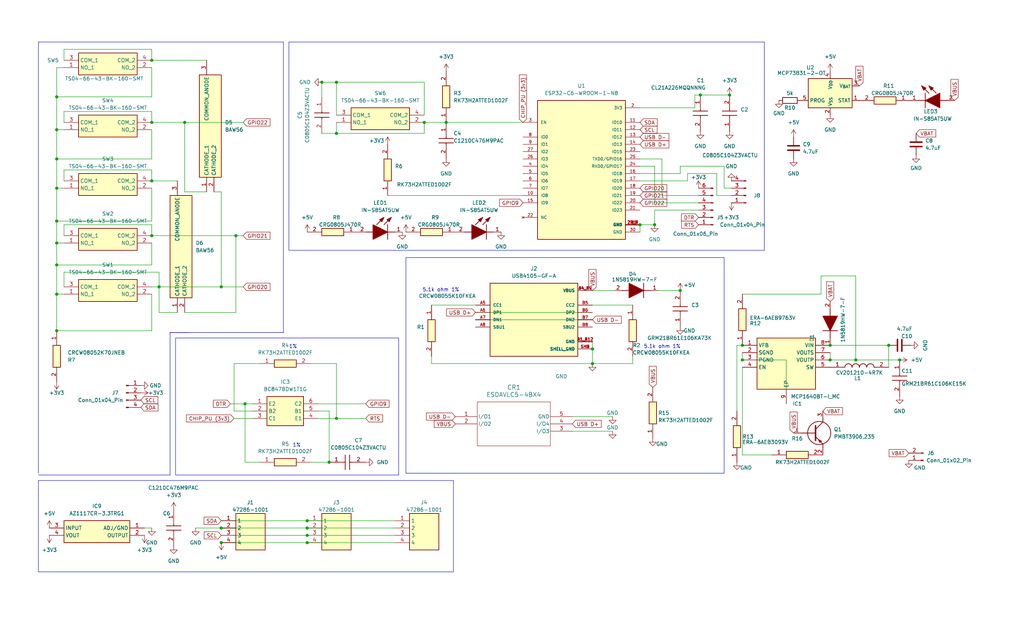
<source format=kicad_sch>
(kicad_sch (version 20231120) (generator "eeschema") (generator_version "8.0")
  (paper "USLegal")
  (junction (at 257.81 125.095))
  (junction (at 106.68 180.975))
  (junction (at 297.18 125.095))
  (junction (at 76.835 183.515))
  (junction (at 19.685 65.405))
  (junction (at 19.685 45.085))
  (junction (at 253.365 33.02))
  (junction (at 64.135 42.545))
  (junction (at 222.25 78.105))
  (junction (at 19.685 55.245))
  (junction (at 19.685 102.235))
  (junction (at 288.29 125.095))
  (junction (at 288.29 120.015))
  (junction (at 154.94 42.545))
  (junction (at 106.68 186.055))
  (junction (at 19.685 33.655))
  (junction (at 106.68 188.595))
  (junction (at 257.81 120.015))
  (junction (at 52.705 20.955))
  (junction (at 52.705 81.915))
  (junction (at 205.74 126.365))
  (junction (at 147.32 42.545))
  (junction (at 52.705 62.865))
  (junction (at 227.33 78.105))
  (junction (at 106.68 183.515))
  (junction (at 85.09 140.335))
  (junction (at 116.84 145.415))
  (junction (at 114.3 160.655))
  (junction (at 52.705 42.545))
  (junction (at 205.74 121.285))
  (junction (at 111.76 28.575))
  (junction (at 76.835 188.595))
  (junction (at 243.205 33.02))
  (junction (at 76.835 99.695))
  (junction (at 19.685 114.935))
  (junction (at 116.84 28.575))
  (junction (at 308.61 120.015))
  (junction (at 312.42 125.095))
  (junction (at 19.685 84.455))
  (junction (at 236.22 100.965))
  (junction (at 81.915 81.915))
  (junction (at 55.245 99.695))
  (junction (at 19.685 92.075))
  (junction (at 19.685 76.835))
  (junction (at 116.84 46.355))
  (wire (pts (xy 241.3 33.02) (xy 241.3 37.465)))
  (wire (pts (xy 80.01 140.335) (xy 85.09 140.335)))
  (wire (pts (xy 22.225 59.055) (xy 52.705 59.055)))
  (wire (pts (xy 81.28 145.415) (xy 87.63 145.415)))
  (wire (pts (xy 248.92 60.325) (xy 248.92 67.945)))
  (wire (pts (xy 61.595 108.585) (xy 55.245 108.585)))
  (wire (pts (xy 205.74 100.965) (xy 213.36 100.965)))
  (wire (pts (xy 76.835 183.515) (xy 106.68 183.515)))
  (wire (pts (xy 243.205 33.02) (xy 253.365 33.02)))
  (wire (pts (xy 116.84 145.415) (xy 116.84 126.365)))
  (wire (pts (xy 241.3 37.465) (xy 222.25 37.465)))
  (wire (pts (xy 288.29 122.555) (xy 288.29 125.095)))
  (polyline (pts (xy 59.055 165.1) (xy 59.055 115.57)))
  (wire (pts (xy 273.05 125.095) (xy 257.81 125.095)))
  (wire (pts (xy 288.29 125.095) (xy 297.18 125.095)))
  (wire (pts (xy 52.705 102.235) (xy 52.705 114.935)))
  (wire (pts (xy 22.225 42.545) (xy 22.225 38.735)))
  (wire (pts (xy 257.81 102.235) (xy 285.115 102.235)))
  (wire (pts (xy 229.87 55.245) (xy 229.87 67.945)))
  (wire (pts (xy 147.32 46.355) (xy 147.32 42.545)))
  (polyline (pts (xy 98.425 89.535) (xy 98.425 86.995)))
  (wire (pts (xy 19.685 84.455) (xy 19.685 76.835)))
  (wire (pts (xy 81.915 108.585) (xy 81.915 81.915)))
  (wire (pts (xy 76.835 180.975) (xy 106.68 180.975)))
  (wire (pts (xy 52.705 33.655) (xy 19.685 33.655)))
  (wire (pts (xy 248.92 67.945) (xy 254 67.945)))
  (wire (pts (xy 110.49 140.335) (xy 127 140.335)))
  (wire (pts (xy 19.685 65.405) (xy 19.685 55.245)))
  (wire (pts (xy 19.685 102.235) (xy 22.225 102.235)))
  (polyline (pts (xy 98.425 14.605) (xy 13.335 14.605)))
  (wire (pts (xy 76.835 66.675) (xy 76.835 99.695)))
  (wire (pts (xy 19.685 55.245) (xy 19.685 45.085)))
  (wire (pts (xy 52.705 38.735) (xy 52.705 42.545)))
  (wire (pts (xy 67.945 183.515) (xy 76.835 183.515)))
  (wire (pts (xy 134.62 67.945) (xy 181.61 67.945)))
  (wire (pts (xy 85.09 160.655) (xy 85.09 140.335)))
  (wire (pts (xy 149.86 126.365) (xy 149.86 123.825)))
  (wire (pts (xy 106.68 188.595) (xy 137.16 188.595)))
  (wire (pts (xy 257.81 122.555) (xy 257.81 125.095)))
  (wire (pts (xy 114.3 160.655) (xy 114.3 142.875)))
  (wire (pts (xy 229.87 67.945) (xy 242.57 67.945)))
  (wire (pts (xy 19.685 84.455) (xy 22.225 84.455)))
  (wire (pts (xy 22.225 62.865) (xy 22.225 59.055)))
  (wire (pts (xy 297.18 125.095) (xy 312.42 125.095)))
  (wire (pts (xy 52.705 92.075) (xy 19.685 92.075)))
  (wire (pts (xy 52.705 78.105) (xy 52.705 81.915)))
  (polyline (pts (xy 59.055 115.57) (xy 98.425 115.57)))
  (wire (pts (xy 106.68 186.055) (xy 137.16 186.055)))
  (wire (pts (xy 74.295 66.675) (xy 76.835 66.675)))
  (wire (pts (xy 107.95 160.655) (xy 114.3 160.655)))
  (wire (pts (xy 90.17 126.365) (xy 81.28 126.365)))
  (wire (pts (xy 205.74 121.285) (xy 205.74 126.365)))
  (polyline (pts (xy 98.425 86.995) (xy 98.425 14.605)))
  (wire (pts (xy 64.135 66.675) (xy 64.135 42.545)))
  (wire (pts (xy 52.705 42.545) (xy 64.135 42.545)))
  (wire (pts (xy 308.61 127.635) (xy 308.61 120.015)))
  (polyline (pts (xy 59.055 115.57) (xy 65.405 115.57)))
  (wire (pts (xy 242.57 73.025) (xy 227.33 73.025)))
  (wire (pts (xy 52.705 81.915) (xy 81.915 81.915)))
  (wire (pts (xy 227.33 73.025) (xy 227.33 78.105)))
  (wire (pts (xy 198.755 149.86) (xy 212.725 149.86)))
  (polyline (pts (xy 98.425 115.57) (xy 98.425 89.535)))
  (wire (pts (xy 114.3 142.875) (xy 110.49 142.875)))
  (wire (pts (xy 19.685 33.655) (xy 19.685 23.495)))
  (wire (pts (xy 81.28 142.875) (xy 87.63 142.875)))
  (wire (pts (xy 55.245 99.695) (xy 76.835 99.695)))
  (wire (pts (xy 147.32 28.575) (xy 147.32 40.005)))
  (wire (pts (xy 257.81 158.115) (xy 267.97 158.115)))
  (wire (pts (xy 149.86 106.045) (xy 165.1 106.045)))
  (wire (pts (xy 116.84 28.575) (xy 116.84 40.005)))
  (wire (pts (xy 273.05 140.335) (xy 273.05 125.095)))
  (wire (pts (xy 22.225 94.615) (xy 55.245 94.615)))
  (wire (pts (xy 251.46 65.405) (xy 254 65.405)))
  (wire (pts (xy 64.135 42.545) (xy 84.455 42.545)))
  (wire (pts (xy 22.225 38.735) (xy 52.705 38.735)))
  (wire (pts (xy 19.685 65.405) (xy 22.225 65.405)))
  (wire (pts (xy 288.29 120.015) (xy 308.61 120.015)))
  (wire (pts (xy 52.705 59.055) (xy 52.705 62.865)))
  (wire (pts (xy 236.22 57.785) (xy 251.46 57.785)))
  (wire (pts (xy 19.685 114.935) (xy 19.685 102.235)))
  (wire (pts (xy 76.835 186.055) (xy 106.68 186.055)))
  (wire (pts (xy 116.84 28.575) (xy 147.32 28.575)))
  (wire (pts (xy 19.685 92.075) (xy 19.685 84.455)))
  (wire (pts (xy 285.115 102.235) (xy 285.115 95.885)))
  (wire (pts (xy 19.685 45.085) (xy 22.225 45.085)))
  (wire (pts (xy 76.835 99.695) (xy 84.455 99.695)))
  (wire (pts (xy 222.25 57.785) (xy 227.33 57.785)))
  (wire (pts (xy 205.74 118.745) (xy 205.74 121.285)))
  (wire (pts (xy 71.755 66.675) (xy 64.135 66.675)))
  (wire (pts (xy 222.25 78.105) (xy 222.25 80.645)))
  (wire (pts (xy 52.705 62.865) (xy 61.595 62.865)))
  (wire (pts (xy 255.905 142.875) (xy 255.905 120.015)))
  (wire (pts (xy 219.71 126.365) (xy 219.71 123.825)))
  (wire (pts (xy 22.225 78.105) (xy 52.705 78.105)))
  (wire (pts (xy 205.74 126.365) (xy 219.71 126.365)))
  (polyline (pts (xy 13.335 165.1) (xy 59.055 165.1)))
  (wire (pts (xy 52.705 23.495) (xy 52.705 33.655)))
  (wire (pts (xy 228.6 100.965) (xy 236.22 100.965)))
  (wire (pts (xy 111.76 28.575) (xy 111.76 33.655)))
  (wire (pts (xy 238.76 62.865) (xy 238.76 60.325)))
  (wire (pts (xy 222.25 62.865) (xy 238.76 62.865)))
  (wire (pts (xy 81.915 81.915) (xy 84.455 81.915)))
  (wire (pts (xy 19.685 102.235) (xy 19.685 92.075)))
  (wire (pts (xy 81.28 126.365) (xy 81.28 142.875)))
  (wire (pts (xy 154.94 42.545) (xy 181.61 42.545)))
  (wire (pts (xy 205.74 106.045) (xy 219.71 106.045)))
  (wire (pts (xy 111.76 28.575) (xy 116.84 28.575)))
  (wire (pts (xy 76.835 188.595) (xy 106.68 188.595)))
  (wire (pts (xy 55.245 94.615) (xy 55.245 99.695)))
  (wire (pts (xy 52.705 17.145) (xy 52.705 20.955)))
  (wire (pts (xy 52.705 114.935) (xy 19.685 114.935)))
  (wire (pts (xy 106.68 183.515) (xy 137.16 183.515)))
  (wire (pts (xy 19.685 45.085) (xy 19.685 33.655)))
  (wire (pts (xy 241.3 33.02) (xy 243.205 33.02)))
  (wire (pts (xy 50.165 183.515) (xy 52.705 183.515)))
  (wire (pts (xy 52.705 55.245) (xy 19.685 55.245)))
  (wire (pts (xy 22.225 17.145) (xy 52.705 17.145)))
  (wire (pts (xy 257.81 127.635) (xy 257.81 158.115)))
  (wire (pts (xy 52.705 84.455) (xy 52.705 92.075)))
  (wire (pts (xy 55.245 108.585) (xy 55.245 99.695)))
  (wire (pts (xy 222.25 55.245) (xy 229.87 55.245)))
  (wire (pts (xy 90.17 160.655) (xy 85.09 160.655)))
  (wire (pts (xy 227.33 57.785) (xy 227.33 70.485)))
  (wire (pts (xy 116.84 126.365) (xy 107.95 126.365)))
  (wire (pts (xy 116.84 145.415) (xy 127 145.415)))
  (wire (pts (xy 165.1 111.125) (xy 205.74 111.125)))
  (wire (pts (xy 52.705 99.695) (xy 55.245 99.695)))
  (wire (pts (xy 297.18 95.885) (xy 297.18 125.095)))
  (wire (pts (xy 255.905 120.015) (xy 257.81 120.015)))
  (wire (pts (xy 227.33 70.485) (xy 242.57 70.485)))
  (wire (pts (xy 149.86 126.365) (xy 205.74 126.365)))
  (wire (pts (xy 22.225 81.915) (xy 22.225 78.105)))
  (wire (pts (xy 19.685 76.835) (xy 19.685 65.405)))
  (wire (pts (xy 64.135 108.585) (xy 81.915 108.585)))
  (wire (pts (xy 22.225 99.695) (xy 22.225 94.615)))
  (wire (pts (xy 236.22 60.325) (xy 236.22 57.785)))
  (wire (pts (xy 238.76 60.325) (xy 248.92 60.325)))
  (wire (pts (xy 116.84 42.545) (xy 116.84 46.355)))
  (wire (pts (xy 285.115 95.885) (xy 297.18 95.885)))
  (wire (pts (xy 52.705 76.835) (xy 19.685 76.835)))
  (wire (pts (xy 110.49 145.415) (xy 116.84 145.415)))
  (wire (pts (xy 222.25 60.325) (xy 236.22 60.325)))
  (wire (pts (xy 198.755 144.78) (xy 212.725 144.78)))
  (wire (pts (xy 165.1 108.585) (xy 205.74 108.585)))
  (wire (pts (xy 85.09 140.335) (xy 87.63 140.335)))
  (wire (pts (xy 52.705 76.835) (xy 52.705 65.405)))
  (wire (pts (xy 22.225 20.955) (xy 22.225 17.145)))
  (wire (pts (xy 251.46 57.785) (xy 251.46 65.405)))
  (polyline (pts (xy 13.335 14.605) (xy 13.335 164.465)))
  (wire (pts (xy 19.685 23.495) (xy 22.225 23.495)))
  (wire (pts (xy 52.705 45.085) (xy 52.705 55.245)))
  (wire (pts (xy 111.76 46.355) (xy 116.84 46.355)))
  (wire (pts (xy 52.705 20.955) (xy 71.755 20.955)))
  (wire (pts (xy 106.68 180.975) (xy 137.16 180.975)))
  (wire (pts (xy 116.84 46.355) (xy 147.32 46.355)))
  (wire (pts (xy 227.33 78.105) (xy 222.25 78.105)))
  (wire (pts (xy 154.94 42.545) (xy 147.32 42.545)))
  (rectangle (start 13.335 167.005) (end 157.48 198.755))
  (rectangle (start 140.97 89.535) (end 251.46 164.465))
  (rectangle (start 60.96 117.475) (end 138.43 165.1))
  (rectangle (start 100.33 14.605) (end 265.43 86.995))
  (text "5.1k ohm 1%" (at 146.685 101.6 0) (effects (font (size 1.27 1.27)) (justify left bottom)))
  (text "5.1k ohm 1%" (at 223.52 121.285 0) (effects (font (size 1.27 1.27)) (justify left bottom)))
  (text "1%" (at 101.6 155.575 0) (effects (font (size 1.27 1.27)) (justify left bottom)))
  (text "1%" (at 100.33 121.285 0) (effects (font (size 1.27 1.27)) (justify left bottom)))
  (global_label "SDA" (shape input) (at 76.835 180.975 180) (property "Intersheetrefs" "${INTERSHEET_REFS}" (effects (hide yes))))
  (global_label "GPIO9" (shape input) (at 127 140.335 0) (property "Intersheetrefs" "${INTERSHEET_REFS}" (effects (hide yes))))
  (global_label "GPIO20" (shape input) (at 84.455 99.695 0) (property "Intersheetrefs" "${INTERSHEET_REFS}" (effects (hide yes))))
  (global_label "USB D+" (shape input) (at 222.25 50.165 0) (property "Intersheetrefs" "${INTERSHEET_REFS}" (effects (hide yes))))
  (global_label "VBAT" (shape input) (at 315.595 157.48 180) (property "Intersheetrefs" "${INTERSHEET_REFS}" (effects (hide yes))))
  (global_label "DTR" (shape input) (at 242.57 75.565 180) (property "Intersheetrefs" "${INTERSHEET_REFS}" (effects (hide yes))))
  (global_label "VBAT" (shape input) (at 288.29 104.775 90) (property "Intersheetrefs" "${INTERSHEET_REFS}" (effects (hide yes))))
  (global_label "VBAT" (shape input) (at 285.75 142.875 0) (property "Intersheetrefs" "${INTERSHEET_REFS}" (effects (hide yes))))
  (global_label "GPIO21" (shape input) (at 84.455 81.915 0) (property "Intersheetrefs" "${INTERSHEET_REFS}" (effects (hide yes))))
  (global_label "GPIO20" (shape input) (at 222.25 65.405 0) (property "Intersheetrefs" "${INTERSHEET_REFS}" (effects (hide yes))))
  (global_label "CHIP_PU (3v3)" (shape input) (at 181.61 42.545 90) (property "Intersheetrefs" "${INTERSHEET_REFS}" (effects (hide yes))))
  (global_label "SDA" (shape input) (at 48.895 141.605 0) (property "Intersheetrefs" "${INTERSHEET_REFS}" (effects (hide yes))))
  (global_label "GPIO9" (shape input) (at 181.61 70.485 180) (property "Intersheetrefs" "${INTERSHEET_REFS}" (effects (hide yes))))
  (global_label "USB D+" (shape input) (at 198.755 147.32 0) (property "Intersheetrefs" "${INTERSHEET_REFS}" (effects (hide yes))))
  (global_label "VBUS" (shape input) (at 275.59 150.495 90) (property "Intersheetrefs" "${INTERSHEET_REFS}" (effects (hide yes))))
  (global_label "SDA" (shape input) (at 222.25 42.545 0) (property "Intersheetrefs" "${INTERSHEET_REFS}" (effects (hide yes))))
  (global_label "VBUS" (shape input) (at 205.74 100.965 90) (property "Intersheetrefs" "${INTERSHEET_REFS}" (effects (hide yes))))
  (global_label "VBAT" (shape input) (at 298.45 29.845 90) (property "Intersheetrefs" "${INTERSHEET_REFS}" (effects (hide yes))))
  (global_label "USB D-" (shape input) (at 222.25 47.625 0) (property "Intersheetrefs" "${INTERSHEET_REFS}" (effects (hide yes))))
  (global_label "CHIP_PU (3v3)" (shape input) (at 81.28 145.415 180) (property "Intersheetrefs" "${INTERSHEET_REFS}" (effects (hide yes))))
  (global_label "USB D-" (shape input) (at 205.74 111.125 0) (property "Intersheetrefs" "${INTERSHEET_REFS}" (effects (hide yes))))
  (global_label "SCL" (shape input) (at 222.25 45.085 0) (property "Intersheetrefs" "${INTERSHEET_REFS}" (effects (hide yes))))
  (global_label "VBUS" (shape input) (at 331.47 34.925 90) (property "Intersheetrefs" "${INTERSHEET_REFS}" (effects (hide yes))))
  (global_label "GPIO21" (shape input) (at 222.25 67.945 0) (property "Intersheetrefs" "${INTERSHEET_REFS}" (effects (hide yes))))
  (global_label "DTR" (shape input) (at 80.01 140.335 180) (property "Intersheetrefs" "${INTERSHEET_REFS}" (effects (hide yes))))
  (global_label "VBUS" (shape input) (at 158.115 147.32 180) (property "Intersheetrefs" "${INTERSHEET_REFS}" (effects (hide yes))))
  (global_label "SCL" (shape input) (at 48.895 139.065 0) (property "Intersheetrefs" "${INTERSHEET_REFS}" (effects (hide yes))))
  (global_label "GPIO22" (shape input) (at 222.25 70.485 0) (property "Intersheetrefs" "${INTERSHEET_REFS}" (effects (hide yes))))
  (global_label "SCL" (shape input) (at 76.835 186.055 180) (property "Intersheetrefs" "${INTERSHEET_REFS}" (effects (hide yes))))
  (global_label "RTS" (shape input) (at 127 145.415 0) (property "Intersheetrefs" "${INTERSHEET_REFS}" (effects (hide yes))))
  (global_label "USB D+" (shape input) (at 165.1 108.585 180) (property "Intersheetrefs" "${INTERSHEET_REFS}" (effects (hide yes))))
  (global_label "GPIO22" (shape input) (at 84.455 42.545 0) (property "Intersheetrefs" "${INTERSHEET_REFS}" (effects (hide yes))))
  (global_label "VBAT" (shape input) (at 318.135 46.355 0) (property "Intersheetrefs" "${INTERSHEET_REFS}" (effects (hide yes))))
  (global_label "RTS" (shape input) (at 242.57 78.105 180) (property "Intersheetrefs" "${INTERSHEET_REFS}" (effects (hide yes))))
  (global_label "VBUS" (shape input) (at 226.695 134.62 90) (property "Intersheetrefs" "${INTERSHEET_REFS}" (effects (hide yes))))
  (global_label "USB D-" (shape input) (at 158.115 144.78 180) (property "Intersheetrefs" "${INTERSHEET_REFS}" (effects (hide yes))))
  (symbol (lib_id "power:GND") (at 139.7 80.645 0) (unit 1)
    (property "Reference" "#PWR022" (effects (hide yes)))
    (property "Value" "GND" (at 139.7 85.725 0))
  )
  (symbol (lib_id "Samacsys:RK73H2ATTED1002F") (at 267.97 158.115 0) (unit 1)
    (property "Reference" "R16" (at 276.86 152.4 0))
    (property "Value" "RK73H2ATTED1002F" (at 278.765 160.655 0))
    (property "Footprint" "Samacsys:RESC2012X60N" (effects (hide yes)))
    (property "Datasheet" "http://www.koaspeer.com/catimages/Products/RK73H/RK73H.pdf" (effects (hide yes)))
    (property "Height" "0.6" (effects (hide yes)))
    (property "Mouser Part Number" "660-RK73H2ATTED1002F" (effects (hide yes)))
    (property "Mouser Price/Stock" "https://www.mouser.co.uk/ProductDetail/KOA-Speer/RK73H2ATTED1002F?qs=7bY8808IzHq3KjK13mXEEQ%3D%3D" (effects (hide yes)))
    (property "Manufacturer_Name" "KOA Speer" (effects (hide yes)))
    (property "Manufacturer_Part_Number" "RK73H2ATTED1002F" (effects (hide yes)))
  )
  (symbol (lib_id "Battery_Management:MCP73831-2-OT") (at 288.29 32.385 0) (unit 1)
    (property "Reference" "U2" (at 280.035 23.495 0) (effects (justify left)))
    (property "Value" "MCP73831-2-OT" (at 269.875 25.4 0) (effects (justify left)))
    (property "Footprint" "Package_TO_SOT_SMD:SOT-23-5" (effects (hide yes)))
    (property "Datasheet" "http://ww1.microchip.com/downloads/en/DeviceDoc/20001984g.pdf" (effects (hide yes)))
  )
  (symbol (lib_id "Snapeda:USB4105-GF-A") (at 185.42 111.125 0) (unit 1)
    (property "Reference" "J2" (at 185.42 93.345 0))
    (property "Value" "USB4105-GF-A" (at 185.42 95.885 0))
    (property "Footprint" "Snapeda:USB4105-GF-A_GCT_USB4105-GF-A" (effects (hide yes)))
    (property "Description" "\nUSB-C (USB TYPE-C) USB 2.0 Receptacle Connector 24 (16+8 Dummy) Position Surface Mount, Right Angle; Through Hole\n" (effects (hide yes)))
    (property "DigiKey_Part_Number" "2073-USB4105-GF-ATR-ND" (effects (hide yes)))
    (property "MF" "GCT" (effects (hide yes)))
    (property "MAXIMUM_PACKAGE_HEIGHT" "3.31mm" (effects (hide yes)))
    (property "Package" "None" (effects (hide yes)))
    (property "Check_prices" "https://www.snapeda.com/parts/USB4105-GF-A/Global+Connector+Technology/view-part/?ref=eda" (effects (hide yes)))
    (property "STANDARD" "Manufacturer Recommendations" (effects (hide yes)))
    (property "PARTREV" "B3" (effects (hide yes)))
    (property "SnapEDA_Link" "https://www.snapeda.com/parts/USB4105-GF-A/Global+Connector+Technology/view-part/?ref=snap" (effects (hide yes)))
    (property "MP" "USB4105-GF-A" (effects (hide yes)))
    (property "Purchase-URL" "https://www.snapeda.com/api/url_track_click_mouser/?unipart_id=4423780&manufacturer=GCT&part_name=USB4105-GF-A&search_term=usb4105-gf-a" (effects (hide yes)))
    (property "MANUFACTURER" "Global Connector Technology" (effects (hide yes)))
  )
  (symbol (lib_id "Samacsys:CRG0805J470R") (at 158.75 80.645 180) (unit 1)
    (property "Reference" "R9" (at 151.13 75.565 0))
    (property "Value" "CRG0805J470R" (at 152.4 78.105 0))
    (property "Footprint" "Samacsys:RESC2012X65N" (effects (hide yes)))
    (property "Datasheet" "http://www.te.com/commerce/DocumentDelivery/DDEController?Action=showdoc&DocId=Customer+Drawing%7F1623109%7FBA%7Fpdf%7FEnglish%7FENG_CD_1623109_BA.pdf%7F1623109-1" (effects (hide yes)))
    (property "Height" "0.65" (effects (hide yes)))
    (property "Mouser Part Number" "279-CRG0805J470R" (effects (hide yes)))
    (property "Mouser Price/Stock" "https://www.mouser.co.uk/ProductDetail/TE-Connectivity-Holsworthy/CRG0805J470R?qs=8G8kQhBkhGimk4y7wz%252Brjw%3D%3D" (effects (hide yes)))
    (property "Manufacturer_Name" "TE Connectivity" (effects (hide yes)))
    (property "Manufacturer_Part_Number" "CRG0805J470R" (effects (hide yes)))
  )
  (symbol (lib_id "power:GND") (at 127 160.655 90) (unit 1)
    (property "Reference" "#PWR023" (effects (hide yes)))
    (property "Value" "GND" (at 130.81 160.655 90) (effects (justify right)))
  )
  (symbol (lib_id "Samacsys:BAW56") (at 71.755 66.675 90) (unit 1)
    (property "Reference" "D5" (at 78.105 42.545 90) (effects (justify right)))
    (property "Value" "BAW56" (at 78.105 45.085 90) (effects (justify right)))
    (property "Footprint" "Samacsys:SOT96P240X120-3N" (effects (hide yes)))
    (property "Datasheet" "https://componentsearchengine.com/Datasheets/2/BAW56.pdf" (effects (hide yes)))
    (property "Height" "1.2" (effects (hide yes)))
    (property "Mouser Part Number" "512-BAW56" (effects (hide yes)))
    (property "Mouser Price/Stock" "https://www.mouser.co.uk/ProductDetail/onsemi-Fairchild/BAW56?qs=ctIYPfwpl6H6KkYr4v7ycA%3D%3D" (effects (hide yes)))
    (property "Manufacturer_Name" "onsemi" (effects (hide yes)))
    (property "Manufacturer_Part_Number" "BAW56" (effects (hide yes)))
  )
  (symbol (lib_id "Samacsys:AZ1117CR-3.3TRG1") (at 50.165 183.515 0) (mirror y) (unit 1)
    (property "Reference" "IC9" (at 33.655 175.895 0))
    (property "Value" "AZ1117CR-3.3TRG1" (at 33.655 178.435 0))
    (property "Footprint" "Samacsys:AZ1117CR33TRG1" (effects (hide yes)))
    (property "Datasheet" "https://www.diodes.com/assets/Datasheets/AZ1117C.pdf" (effects (hide yes)))
    (property "Height" "2" (effects (hide yes)))
    (property "Mouser Part Number" "621-AZ1117CR-3.3TRG1" (effects (hide yes)))
    (property "Mouser Price/Stock" "https://www.mouser.co.uk/ProductDetail/Diodes-Incorporated/AZ1117CR-3.3TRG1?qs=FKu9oBikfSlEg7waHw2tMw%3D%3D" (effects (hide yes)))
    (property "Manufacturer_Name" "Diodes Incorporated" (effects (hide yes)))
    (property "Manufacturer_Part_Number" "AZ1117CR-3.3TRG1" (effects (hide yes)))
  )
  (symbol (lib_id "Samacsys:TS04-66-43-BK-160-SMT") (at 22.225 23.495 0) (mirror x) (unit 1)
    (property "Reference" "SW5" (at 18.415 20.955 0))
    (property "Value" "TS04-66-43-BK-160-SMT" (at 36.195 27.305 0))
    (property "Footprint" "Samacsys:TS046643BK160SMT" (effects (hide yes)))
    (property "Datasheet" "https://www.cuidevices.com/product/resource/ts04.pdf" (effects (hide yes)))
    (property "Height" "4.5" (effects (hide yes)))
    (property "Mouser Part Number" "179-TS046643BK160SMT" (effects (hide yes)))
    (property "Mouser Price/Stock" "https://www.mouser.co.uk/ProductDetail/CUI-Devices/TS04-66-43-BK-160-SMT?qs=A6eO%252BMLsxmRO%252BN2ogoDtCQ%3D%3D" (effects (hide yes)))
    (property "Manufacturer_Name" "CUI Devices" (effects (hide yes)))
    (property "Manufacturer_Part_Number" "TS04-66-43-BK-160-SMT" (effects (hide yes)))
  )
  (symbol (lib_id "power:+3V3") (at 19.685 132.715 0) (mirror x) (unit 1)
    (property "Reference" "#PWR027" (effects (hide yes)))
    (property "Value" "+3V3" (at 19.685 136.525 0))
  )
  (symbol (lib_id "Device:C") (at 318.135 50.165 0) (unit 1)
    (property "Reference" "C8" (at 321.31 48.895 0) (effects (justify left)))
    (property "Value" "4.7uF" (at 321.31 51.435 0) (effects (justify left)))
  )
  (symbol (lib_id "Samacsys:CRG0805J470R") (at 316.23 34.925 180) (unit 1)
    (property "Reference" "R11" (at 308.61 29.845 0))
    (property "Value" "CRG0805J470R" (at 309.88 32.385 0))
    (property "Footprint" "Samacsys:RESC2012X65N" (effects (hide yes)))
    (property "Datasheet" "http://www.te.com/commerce/DocumentDelivery/DDEController?Action=showdoc&DocId=Customer+Drawing%7F1623109%7FBA%7Fpdf%7FEnglish%7FENG_CD_1623109_BA.pdf%7F1623109-1" (effects (hide yes)))
    (property "Height" "0.65" (effects (hide yes)))
    (property "Mouser Part Number" "279-CRG0805J470R" (effects (hide yes)))
    (property "Mouser Price/Stock" "https://www.mouser.co.uk/ProductDetail/TE-Connectivity-Holsworthy/CRG0805J470R?qs=8G8kQhBkhGimk4y7wz%252Brjw%3D%3D" (effects (hide yes)))
    (property "Manufacturer_Name" "TE Connectivity" (effects (hide yes)))
    (property "Manufacturer_Part_Number" "CRG0805J470R" (effects (hide yes)))
  )
  (symbol (lib_id "Samacsys:TS04-66-43-BK-160-SMT") (at 22.225 45.085 0) (mirror x) (unit 1)
    (property "Reference" "SW4" (at 37.465 34.925 0))
    (property "Value" "TS04-66-43-BK-160-SMT" (at 37.465 37.465 0))
    (property "Footprint" "Samacsys:TS046643BK160SMT" (effects (hide yes)))
    (property "Datasheet" "https://www.cuidevices.com/product/resource/ts04.pdf" (effects (hide yes)))
    (property "Height" "4.5" (effects (hide yes)))
    (property "Mouser Part Number" "179-TS046643BK160SMT" (effects (hide yes)))
    (property "Mouser Price/Stock" "https://www.mouser.co.uk/ProductDetail/CUI-Devices/TS04-66-43-BK-160-SMT?qs=A6eO%252BMLsxmRO%252BN2ogoDtCQ%3D%3D" (effects (hide yes)))
    (property "Manufacturer_Name" "CUI Devices" (effects (hide yes)))
    (property "Manufacturer_Part_Number" "TS04-66-43-BK-160-SMT" (effects (hide yes)))
  )
  (symbol (lib_id "Samacsys:BC847BDW1T1G") (at 87.63 140.335 0) (unit 1)
    (property "Reference" "IC3" (at 99.06 132.715 0))
    (property "Value" "BC847BDW1T1G" (at 99.06 135.255 0))
    (property "Footprint" "Samacsys:SOT65P210X110-6N" (effects (hide yes)))
    (property "Datasheet" "http://www.onsemi.com/pub/Collateral/BC846BDW1T1-D.PDF" (effects (hide yes)))
    (property "Height" "1.1" (effects (hide yes)))
    (property "Mouser Part Number" "863-BC847BDW1T1G" (effects (hide yes)))
    (property "Mouser Price/Stock" "https://www.mouser.co.uk/ProductDetail/onsemi/BC847BDW1T1G?qs=vNc2DXHODiJIIkxW3oEo4A%3D%3D" (effects (hide yes)))
    (property "Manufacturer_Name" "onsemi" (effects (hide yes)))
    (property "Manufacturer_Part_Number" "BC847BDW1T1G" (effects (hide yes)))
  )
  (symbol (lib_id "Connector:Conn_01x06_Pin") (at 247.65 73.025 180) (unit 1)
    (property "Reference" "J5" (at 248.92 75.565 0) (effects (justify right)))
    (property "Value" "Conn_01x06_Pin" (at 233.68 81.28 0) (effects (justify right)))
    (property "Footprint" "Connector_JST:JST_XH_B6B-XH-A_1x06_P2.50mm_Vertical" (effects (hide yes)))
  )
  (symbol (lib_id "Samacsys:C1210C476M9PAC") (at 154.94 42.545 270) (unit 1)
    (property "Reference" "C4" (at 157.48 46.355 90) (effects (justify left)))
    (property "Value" "C1210C476M9PAC" (at 157.48 48.895 90) (effects (justify left)))
    (property "Footprint" "Samacsys:CAPC3225X280N" (effects (hide yes)))
    (property "Datasheet" "https://www.mouser.in/datasheet/2/212/KEM_C1006_X5R_SMD-1103249.pdf" (effects (hide yes)))
    (property "Height" "2.8" (effects (hide yes)))
    (property "Mouser Part Number" "80-C1210C476M9PAC" (effects (hide yes)))
    (property "Mouser Price/Stock" "https://www.mouser.co.uk/ProductDetail/KEMET/C1210C476M9PAC?qs=AHS6Mz2dKxMqd667LLwKHw%3D%3D" (effects (hide yes)))
    (property "Manufacturer_Name" "KEMET" (effects (hide yes)))
    (property "Manufacturer_Part_Number" "C1210C476M9PAC" (effects (hide yes)))
  )
  (symbol (lib_id "power:+5V") (at 140.97 80.645 0) (unit 1)
    (property "Reference" "#PWR06" (effects (hide yes)))
    (property "Value" "+5V" (at 140.97 75.565 0))
  )
  (symbol (lib_id "power:+5V") (at 312.42 125.095 270) (unit 1)
    (property "Reference" "#PWR039" (effects (hide yes)))
    (property "Value" "+5V" (at 316.23 125.095 90) (effects (justify left)))
  )
  (symbol (lib_id "power:GND") (at 111.76 28.575 270) (unit 1)
    (property "Reference" "#PWR018" (effects (hide yes)))
    (property "Value" "GND" (at 107.95 28.575 90) (effects (justify right)))
  )
  (symbol (lib_id "power:GND") (at 254 62.865 180) (unit 1)
    (property "Reference" "#PWR026" (effects (hide yes)))
    (property "Value" "GND" (at 254 57.785 0))
  )
  (symbol (lib_id "Samacsys:C0805C104Z3VACTU") (at 253.365 45.72 90) (unit 1)
    (property "Reference" "C2" (at 257.175 38.1 90) (effects (justify right)))
    (property "Value" "C0805C104Z3VACTU" (at 243.84 53.975 90) (effects (justify right)))
    (property "Footprint" "Samacsys:C0805" (effects (hide yes)))
    (property "Datasheet" "https://content.kemet.com/datasheets/KEM_C1005_Y5V_SMD.pdf" (effects (hide yes)))
    (property "Height" "1.1" (effects (hide yes)))
    (property "Mouser Part Number" "80-C0805C104Z3V" (effects (hide yes)))
    (property "Mouser Price/Stock" "https://www.mouser.co.uk/ProductDetail/KEMET/C0805C104Z3VACTU?qs=lH62jSz2cn1dXrg7VTogwA%3D%3D" (effects (hide yes)))
    (property "Manufacturer_Name" "KEMET" (effects (hide yes)))
    (property "Manufacturer_Part_Number" "C0805C104Z3VACTU" (effects (hide yes)))
  )
  (symbol (lib_id "power:+3V3") (at 50.165 186.055 180) (unit 1)
    (property "Reference" "#PWR031" (effects (hide yes)))
    (property "Value" "+3V3" (at 50.165 191.135 0))
  )
  (symbol (lib_id "Samacsys:ERA-6AEB9763V") (at 257.81 120.015 90) (unit 1)
    (property "Reference" "R12" (at 260.35 112.395 90) (effects (justify right)))
    (property "Value" "ERA-6AEB9763V" (at 260.35 110.49 90) (effects (justify right)))
    (property "Footprint" "Samacsys:ERA6AEB1020V" (effects (hide yes)))
    (property "Datasheet" "https://industrial.panasonic.com/cdbs/www-data/pdf/RDM0000/AOA0000C307.pdf" (effects (hide yes)))
    (property "Height" "0.6" (effects (hide yes)))
    (property "Mouser Part Number" "667-ERA-6AEB9763V" (effects (hide yes)))
    (property "Mouser Price/Stock" "https://www.mouser.co.uk/ProductDetail/Panasonic/ERA-6AEB9763V?qs=nuXzIS8loXHuW%252BM0auOM%252Bw%3D%3D" (effects (hide yes)))
    (property "Manufacturer_Name" "Panasonic" (effects (hide yes)))
    (property "Manufacturer_Part_Number" "ERA-6AEB9763V" (effects (hide yes)))
  )
  (symbol (lib_id "Samacsys:TS04-66-43-BK-160-SMT") (at 22.225 65.405 0) (mirror x) (unit 1)
    (property "Reference" "SW3" (at 37.465 55.245 0))
    (property "Value" "TS04-66-43-BK-160-SMT" (at 37.465 57.785 0))
    (property "Footprint" "Samacsys:TS046643BK160SMT" (effects (hide yes)))
    (property "Datasheet" "https://www.cuidevices.com/product/resource/ts04.pdf" (effects (hide yes)))
    (property "Height" "4.5" (effects (hide yes)))
    (property "Mouser Part Number" "179-TS046643BK160SMT" (effects (hide yes)))
    (property "Mouser Price/Stock" "https://www.mouser.co.uk/ProductDetail/CUI-Devices/TS04-66-43-BK-160-SMT?qs=A6eO%252BMLsxmRO%252BN2ogoDtCQ%3D%3D" (effects (hide yes)))
    (property "Manufacturer_Name" "CUI Devices" (effects (hide yes)))
    (property "Manufacturer_Part_Number" "TS04-66-43-BK-160-SMT" (effects (hide yes)))
  )
  (symbol (lib_id "Samacsys:C0805C104Z3VACTU") (at 114.3 160.655 0) (unit 1)
    (property "Reference" "C7" (at 124.46 153.035 0))
    (property "Value" "C0805C104Z3VACTU" (at 124.46 155.575 0))
    (property "Footprint" "Samacsys:C0805" (effects (hide yes)))
    (property "Datasheet" "https://content.kemet.com/datasheets/KEM_C1005_Y5V_SMD.pdf" (effects (hide yes)))
    (property "Height" "1.1" (effects (hide yes)))
    (property "Mouser Part Number" "80-C0805C104Z3V" (effects (hide yes)))
    (property "Mouser Price/Stock" "https://www.mouser.co.uk/ProductDetail/KEMET/C0805C104Z3VACTU?qs=lH62jSz2cn1dXrg7VTogwA%3D%3D" (effects (hide yes)))
    (property "Manufacturer_Name" "KEMET" (effects (hide yes)))
    (property "Manufacturer_Part_Number" "C0805C104Z3VACTU" (effects (hide yes)))
  )
  (symbol (lib_id "Device:R") (at 274.32 34.925 270) (unit 1)
    (property "Reference" "R10" (at 274.32 37.465 90))
    (property "Value" "5k" (at 274.32 32.385 90))
    (property "Footprint" "Resistor_SMD:R_0805_2012Metric" (effects (hide yes)))
  )
  (symbol (lib_id "Samacsys:RK73H2ATTED1002F") (at 90.17 160.655 0) (unit 1)
    (property "Reference" "R5" (at 99.06 154.305 0))
    (property "Value" "RK73H2ATTED1002F" (at 99.06 156.845 0))
    (property "Footprint" "Samacsys:RESC2012X60N" (effects (hide yes)))
    (property "Datasheet" "http://www.koaspeer.com/catimages/Products/RK73H/RK73H.pdf" (effects (hide yes)))
    (property "Height" "0.6" (effects (hide yes)))
    (property "Mouser Part Number" "660-RK73H2ATTED1002F" (effects (hide yes)))
    (property "Mouser Price/Stock" "https://www.mouser.co.uk/ProductDetail/KOA-Speer/RK73H2ATTED1002F?qs=7bY8808IzHq3KjK13mXEEQ%3D%3D" (effects (hide yes)))
    (property "Manufacturer_Name" "KOA Speer" (effects (hide yes)))
    (property "Manufacturer_Part_Number" "RK73H2ATTED1002F" (effects (hide yes)))
  )
  (symbol (lib_id "power:+3V3") (at 242.57 65.405 0) (unit 1)
    (property "Reference" "#PWR013" (effects (hide yes)))
    (property "Value" "+3V3" (at 242.57 61.595 0))
  )
  (symbol (lib_id "Samacsys:GRM21BR61E106KA73K") (at 236.22 113.665 90) (unit 1)
    (property "Reference" "C3" (at 240.03 106.045 90) (effects (justify right)))
    (property "Value" "GRM21BR61E106KA73K" (at 224.79 117.475 90) (effects (justify right)))
    (property "Footprint" "Samacsys:CAPC2012X145N" (effects (hide yes)))
    (property "Datasheet" "http://www.murata.com/~/media/webrenewal/support/library/catalog/products/capacitor/mlcc/c02e.pdf" (effects (hide yes)))
    (property "Height" "1.45" (effects (hide yes)))
    (property "Mouser Part Number" "81-GRM21BR61E106KA3K" (effects (hide yes)))
    (property "Mouser Price/Stock" "https://www.mouser.co.uk/ProductDetail/Murata-Electronics/GRM21BR61E106KA73K?qs=hNud%2FORuBR1gmy53p902Zw%3D%3D" (effects (hide yes)))
    (property "Manufacturer_Name" "Murata Electronics" (effects (hide yes)))
    (property "Manufacturer_Part_Number" "GRM21BR61E106KA73K" (effects (hide yes)))
  )
  (symbol (lib_id "Samacsys:CRCW08055K10FKEA") (at 219.71 106.045 270) (unit 1)
    (property "Reference" "R2" (at 219.71 120.015 90) (effects (justify left)))
    (property "Value" "CRCW08055K10FKEA" (at 219.71 122.555 90) (effects (justify left)))
    (property "Footprint" "Samacsys:RESC2012X50N" (effects (hide yes)))
    (property "Datasheet" "http://www.vishay.com/docs/20035/dcrcwe3.pdf" (effects (hide yes)))
    (property "Height" "0.5" (effects (hide yes)))
    (property "Mouser Part Number" "71-CRCW0805-5.1K-E3" (effects (hide yes)))
    (property "Mouser Price/Stock" "https://www.mouser.co.uk/ProductDetail/Vishay-Dale/CRCW08055K10FKEA?qs=8UjxRNpjuUJoSywMOtT5pg%3D%3D" (effects (hide yes)))
    (property "Manufacturer_Name" "Vishay" (effects (hide yes)))
    (property "Manufacturer_Part_Number" "CRCW08055K10FKEA" (effects (hide yes)))
  )
  (symbol (lib_id "Samacsys:TS04-66-43-BK-160-SMT") (at 22.225 84.455 0) (mirror x) (unit 1)
    (property "Reference" "SW2" (at 37.465 74.295 0))
    (property "Value" "TS04-66-43-BK-160-SMT" (at 37.465 76.835 0))
    (property "Footprint" "Samacsys:TS046643BK160SMT" (effects (hide yes)))
    (property "Datasheet" "https://www.cuidevices.com/product/resource/ts04.pdf" (effects (hide yes)))
    (property "Height" "4.5" (effects (hide yes)))
    (property "Mouser Part Number" "179-TS046643BK160SMT" (effects (hide yes)))
    (property "Mouser Price/Stock" "https://www.mouser.co.uk/ProductDetail/CUI-Devices/TS04-66-43-BK-160-SMT?qs=A6eO%252BMLsxmRO%252BN2ogoDtCQ%3D%3D" (effects (hide yes)))
    (property "Manufacturer_Name" "CUI Devices" (effects (hide yes)))
    (property "Manufacturer_Part_Number" "TS04-66-43-BK-160-SMT" (effects (hide yes)))
  )
  (symbol (lib_id "power:GND") (at 288.29 40.005 0) (unit 1)
    (property "Reference" "#PWR035" (effects (hide yes)))
    (property "Value" "GND" (at 288.29 45.085 0))
  )
  (symbol (lib_id "Samacsys:1N5819HW-7-F") (at 288.29 120.015 90) (unit 1)
    (property "Reference" "D1" (at 281.94 117.475 0))
    (property "Value" "1N5819HW-7-F" (at 292.735 111.125 0))
    (property "Footprint" "Samacsys:SOD3716X145N" (effects (hide yes)))
    (property "Datasheet" "https://datasheet.datasheetarchive.com/originals/distributors/Datasheets-DGA23/1390892.pdf" (effects (hide yes)))
    (property "Height" "1.45" (effects (hide yes)))
    (property "Mouser Part Number" "621-1N5819HW-F" (effects (hide yes)))
    (property "Mouser Price/Stock" "https://www.mouser.co.uk/ProductDetail/Diodes-Incorporated/1N5819HW-7-F?qs=NQ47qNm99eDyWTEd07miYA%3D%3D" (effects (hide yes)))
    (property "Manufacturer_Name" "Diodes Incorporated" (effects (hide yes)))
    (property "Manufacturer_Part_Number" "1N5819HW-7-F" (effects (hide yes)))
  )
  (symbol (lib_id "Samacsys:MCP1640BT-I_MC") (at 257.81 120.015 0) (unit 1)
    (property "Reference" "IC1" (at 276.86 140.335 0))
    (property "Value" "MCP1640BT-I_MC" (at 283.21 137.795 0))
    (property "Footprint" "Samacsys:SON50P300X200X100-9N-D" (effects (hide yes)))
    (property "Datasheet" "https://datasheet.datasheetarchive.com/originals/distributors/Datasheets-SFU1/DSASFU10002287.pdf" (effects (hide yes)))
    (property "Height" "1" (effects (hide yes)))
    (property "Mouser Part Number" "579-MCP1640BT-I/MC" (effects (hide yes)))
    (property "Mouser Price/Stock" "https://www.mouser.co.uk/ProductDetail/Microchip-Technology/MCP1640BT-I-MC?qs=Z2DEGP6RHSmGxPC5rHC6ZA%3D%3D" (effects (hide yes)))
    (property "Manufacturer_Name" "Microchip" (effects (hide yes)))
    (property "Manufacturer_Part_Number" "MCP1640BT-I/MC" (effects (hide yes)))
  )
  (symbol (lib_id "Samacsys:CRCW08055K10FKEA") (at 149.86 106.045 270) (unit 1)
    (property "Reference" "R1" (at 144.78 113.665 90) (effects (justify left)))
    (property "Value" "CRCW08055K10FKEA" (at 145.415 102.87 90) (effects (justify left)))
    (property "Footprint" "Samacsys:RESC2012X50N" (effects (hide yes)))
    (property "Datasheet" "http://www.vishay.com/docs/20035/dcrcwe3.pdf" (effects (hide yes)))
    (property "Height" "0.5" (effects (hide yes)))
    (property "Mouser Part Number" "71-CRCW0805-5.1K-E3" (effects (hide yes)))
    (property "Mouser Price/Stock" "https://www.mouser.co.uk/ProductDetail/Vishay-Dale/CRCW08055K10FKEA?qs=8UjxRNpjuUJoSywMOtT5pg%3D%3D" (effects (hide yes)))
    (property "Manufacturer_Name" "Vishay" (effects (hide yes)))
    (property "Manufacturer_Part_Number" "CRCW08055K10FKEA" (effects (hide yes)))
  )
  (symbol (lib_id "Samacsys:CRG0805J470R") (at 124.46 80.645 180) (unit 1)
    (property "Reference" "R8" (at 116.84 75.565 0))
    (property "Value" "CRG0805J470R" (at 118.11 78.105 0))
    (property "Footprint" "Samacsys:RESC2012X65N" (effects (hide yes)))
    (property "Datasheet" "http://www.te.com/commerce/DocumentDelivery/DDEController?Action=showdoc&DocId=Customer+Drawing%7F1623109%7FBA%7Fpdf%7FEnglish%7FENG_CD_1623109_BA.pdf%7F1623109-1" (effects (hide yes)))
    (property "Height" "0.65" (effects (hide yes)))
    (property "Mouser Part Number" "279-CRG0805J470R" (effects (hide yes)))
    (property "Mouser Price/Stock" "https://www.mouser.co.uk/ProductDetail/TE-Connectivity-Holsworthy/CRG0805J470R?qs=8G8kQhBkhGimk4y7wz%252Brjw%3D%3D" (effects (hide yes)))
    (property "Manufacturer_Name" "TE Connectivity" (effects (hide yes)))
    (property "Manufacturer_Part_Number" "CRG0805J470R" (effects (hide yes)))
  )
  (symbol (lib_id "Samacsys:IN-S85AT5UW") (at 316.23 34.925 0) (unit 1)
    (property "Reference" "LED3" (at 323.215 38.735 0))
    (property "Value" "IN-S85AT5UW" (at 323.85 41.275 0))
    (property "Footprint" "Samacsys:INS85AT5UW" (effects (hide yes)))
    (property "Datasheet" "http://www.inolux-corp.com/datasheet/SMDLED/Mono%20Color%20Top%20View/IN-S85AT%20Series_V1.1.pdf" (effects (hide yes)))
    (property "Height" "1.1" (effects (hide yes)))
    (property "Mouser Part Number" "743-IN-S85AT5UW" (effects (hide yes)))
    (property "Mouser Price/Stock" "https://www.mouser.co.uk/ProductDetail/Inolux/IN-S85AT5UW?qs=fAHHVMwC%252BbgX8qoUxtYjNQ%3D%3D" (effects (hide yes)))
    (property "Manufacturer_Name" "Inolux" (effects (hide yes)))
    (property "Manufacturer_Part_Number" "IN-S85AT5UW" (effects (hide yes)))
  )
  (symbol (lib_id "Samacsys:RK73H2ATTED1002F") (at 154.94 42.545 90) (unit 1)
    (property "Reference" "R3" (at 157.48 32.385 90) (effects (justify right)))
    (property "Value" "RK73H2ATTED1002F" (at 157.48 34.925 90) (effects (justify right)))
    (property "Footprint" "Samacsys:RESC2012X60N" (effects (hide yes)))
    (property "Datasheet" "http://www.koaspeer.com/catimages/Products/RK73H/RK73H.pdf" (effects (hide yes)))
    (property "Height" "0.6" (effects (hide yes)))
    (property "Mouser Part Number" "660-RK73H2ATTED1002F" (effects (hide yes)))
    (property "Mouser Price/Stock" "https://www.mouser.co.uk/ProductDetail/KOA-Speer/RK73H2ATTED1002F?qs=7bY8808IzHq3KjK13mXEEQ%3D%3D" (effects (hide yes)))
    (property "Manufacturer_Name" "KOA Speer" (effects (hide yes)))
    (property "Manufacturer_Part_Number" "RK73H2ATTED1002F" (effects (hide yes)))
  )
  (symbol (lib_id "power:GND") (at 243.205 45.72 0) (unit 1)
    (property "Reference" "#PWR02" (effects (hide yes)))
    (property "Value" "GND" (at 243.205 50.8 0))
  )
  (symbol (lib_id "Samacsys:GRM21BR61C106KE15K") (at 312.42 125.095 270) (unit 1)
    (property "Reference" "C11" (at 313.055 128.905 90) (effects (justify left)))
    (property "Value" "GRM21BR61C106KE15K" (at 313.055 133.35 90) (effects (justify left)))
    (property "Footprint" "Samacsys:CAPC2012X145N" (effects (hide yes)))
    (property "Datasheet" "http://www.murata.com/~/media/webrenewal/support/library/catalog/products/capacitor/mlcc/c02e.pdf" (effects (hide yes)))
    (property "Height" "1.45" (effects (hide yes)))
    (property "Mouser Part Number" "81-GRM21BR61C106KE5K" (effects (hide yes)))
    (property "Mouser Price/Stock" "https://www.mouser.co.uk/ProductDetail/Murata-Electronics/GRM21BR61C106KE15K?qs=h0WOCFF19ULjTOS37upAEw%3D%3D" (effects (hide yes)))
    (property "Manufacturer_Name" "Murata Electronics" (effects (hide yes)))
    (property "Manufacturer_Part_Number" "GRM21BR61C106KE15K" (effects (hide yes)))
  )
  (symbol (lib_id "Device:C") (at 275.59 51.435 0) (unit 1)
    (property "Reference" "C9" (at 278.765 50.165 0) (effects (justify left)))
    (property "Value" "4.7uF" (at 278.765 52.705 0) (effects (justify left)))
  )
  (symbol (lib_id "power:+3V3") (at 154.94 24.765 0) (unit 1)
    (property "Reference" "#PWR015" (effects (hide yes)))
    (property "Value" "+3V3" (at 154.94 19.685 0))
  )
  (symbol (lib_id "power:GND") (at 227.33 78.105 0) (unit 1)
    (property "Reference" "#PWR01" (effects (hide yes)))
    (property "Value" "GND" (at 227.33 83.185 0))
  )
  (symbol (lib_id "Samacsys:CRCW08052K70JNEB") (at 19.685 114.935 90) (mirror x) (unit 1)
    (property "Reference" "R7" (at 23.495 125.095 90) (effects (justify right)))
    (property "Value" "CRCW08052K70JNEB" (at 23.495 122.555 90) (effects (justify right)))
    (property "Footprint" "Samacsys:RESC2012X50N" (effects (hide yes)))
    (property "Datasheet" "http://www.vishay.com/docs/20035/dcrcwe3.pdf" (effects (hide yes)))
    (property "Height" "0.5" (effects (hide yes)))
    (property "Mouser Part Number" "71-CRCW08052K70JNEB" (effects (hide yes)))
    (property "Mouser Price/Stock" "https://www.mouser.co.uk/ProductDetail/Vishay-Dale/CRCW08052K70JNEB?qs=YsYeyRVmgbRho17mjP4q7Q%3D%3D" (effects (hide yes)))
    (property "Manufacturer_Name" "Vishay" (effects (hide yes)))
    (property "Manufacturer_Part_Number" "CRCW08052K70JNEB" (effects (hide yes)))
  )
  (symbol (lib_id "power:GND") (at 318.135 53.975 0) (unit 1)
    (property "Reference" "#PWR036" (effects (hide yes)))
    (property "Value" "GND" (at 318.135 58.42 0))
  )
  (symbol (lib_id "power:+5V") (at 17.145 183.515 0) (unit 1)
    (property "Reference" "#PWR028" (effects (hide yes)))
    (property "Value" "+5V" (at 17.145 178.435 0))
  )
  (symbol (lib_id "Samacsys:IN-S85AT5UW") (at 173.99 80.645 0) (mirror y) (unit 1)
    (property "Reference" "LED2" (at 166.37 70.485 0))
    (property "Value" "IN-S85AT5UW" (at 166.37 73.025 0))
    (property "Footprint" "Samacsys:INS85AT5UW" (effects (hide yes)))
    (property "Datasheet" "http://www.inolux-corp.com/datasheet/SMDLED/Mono%20Color%20Top%20View/IN-S85AT%20Series_V1.1.pdf" (effects (hide yes)))
    (property "Height" "1.1" (effects (hide yes)))
    (property "Mouser Part Number" "743-IN-S85AT5UW" (effects (hide yes)))
    (property "Mouser Price/Stock" "https://www.mouser.co.uk/ProductDetail/Inolux/IN-S85AT5UW?qs=fAHHVMwC%252BbgX8qoUxtYjNQ%3D%3D" (effects (hide yes)))
    (property "Manufacturer_Name" "Inolux" (effects (hide yes)))
    (property "Manufacturer_Part_Number" "IN-S85AT5UW" (effects (hide yes)))
  )
  (symbol (lib_id "power:GND") (at 154.94 55.245 0) (unit 1)
    (property "Reference" "#PWR016" (effects (hide yes)))
    (property "Value" "GND" (at 154.94 60.325 0))
  )
  (symbol (lib_id "Snapeda:ESP32-C6-WROOM-1-N8") (at 201.93 57.785 0) (unit 1)
    (property "Reference" "U1" (at 201.93 29.845 0))
    (property "Value" "ESP32-C6-WROOM-1-N8" (at 201.93 32.385 0))
    (property "Footprint" "Snapeda:ESP32-C6-WROOM-1-N8_XCVR_ESP32-C6-WROOM-1-N8" (effects (hide yes)))
    (property "Description" "\nMultiprotocol Modules ESP32-C6 module, Wi-Fi 6 in 2.4 GHz band, Bluetooth 5, Zigbee 3.0 and Thread. ESP34-WROOM Compatible - ENGINEERING SAMPLE\n" (effects (hide yes)))
    (property "MF" "Espressif Systems" (effects (hide yes)))
    (property "MAXIMUM_PACKAGE_HEIGHT" "3.25mm" (effects (hide yes)))
    (property "Package" "None" (effects (hide yes)))
    (property "Price" "None" (effects (hide yes)))
    (property "Check_prices" "https://www.snapeda.com/parts/ESP32-C6-WROOM-1-N8/Espressif+Systems/view-part/?ref=eda" (effects (hide yes)))
    (property "STANDARD" "Manufacturer Recommendations" (effects (hide yes)))
    (property "PARTREV" "1.0" (effects (hide yes)))
    (property "SnapEDA_Link" "https://www.snapeda.com/parts/ESP32-C6-WROOM-1-N8/Espressif+Systems/view-part/?ref=snap" (effects (hide yes)))
    (property "MP" "ESP32-C6-WROOM-1-N8" (effects (hide yes)))
    (property "Purchase-URL" "https://www.snapeda.com/api/url_track_click_mouser/?unipart_id=12616380&manufacturer=Espressif Systems&part_name=ESP32-C6-WROOM-1-N8&search_term=esp32-c6-wroom" (effects (hide yes)))
    (property "Availability" "In Stock" (effects (hide yes)))
    (property "MANUFACTURER" "Espressif Systems" (effects (hide yes)))
  )
  (symbol (lib_id "Samacsys:PMBT3906,235") (at 275.59 150.495 0) (unit 1)
    (property "Reference" "Q1" (at 289.56 149.225 0) (effects (justify left)))
    (property "Value" "PMBT3906,235" (at 289.56 151.765 0) (effects (justify left)))
    (property "Footprint" "Samacsys:SOT95P230X110-3N" (effects (hide yes)))
    (property "Datasheet" "https://assets.nexperia.com/documents/data-sheet/PMBT3906.pdf" (effects (hide yes)))
    (property "Height" "1.1" (effects (hide yes)))
    (property "Mouser Part Number" "771-PMBT3906235" (effects (hide yes)))
    (property "Mouser Price/Stock" "https://www.mouser.co.uk/ProductDetail/Nexperia/PMBT3906235?qs=LOCUfHb8d9tZESb%2FzqnQ2g%3D%3D" (effects (hide yes)))
    (property "Manufacturer_Name" "Nexperia" (effects (hide yes)))
    (property "Manufacturer_Part_Number" "PMBT3906,235" (effects (hide yes)))
  )
  (symbol (lib_id "Samacsys:47286-1001") (at 137.16 180.975 0) (unit 1)
    (property "Reference" "J4" (at 146.05 174.625 0) (effects (justify left)))
    (property "Value" "47286-1001" (at 140.97 177.165 0) (effects (justify left)))
    (property "Footprint" "Samacsys:472861001" (effects (hide yes)))
    (property "Datasheet" "https://datasheet.datasheetarchive.com/originals/distributors/Datasheets_SAMA/2687461e1fd517b9c309caf13a5e81cc.pdf" (effects (hide yes)))
    (property "Height" "2.65" (effects (hide yes)))
    (property "Mouser Part Number" "538-47286-1001" (effects (hide yes)))
    (property "Mouser Price/Stock" "https://www.mouser.co.uk/ProductDetail/Molex/47286-1001/?qs=%2F%252BEk3ugtboRMRrSh1kh5pg%3D%3D" (effects (hide yes)))
    (property "Manufacturer_Name" "Molex" (effects (hide yes)))
    (property "Manufacturer_Part_Number" "47286-1001" (effects (hide yes)))
  )
  (symbol (lib_id "power:GND") (at 315.595 160.02 0) (unit 1)
    (property "Reference" "#PWR032" (effects (hide yes)))
    (property "Value" "GND" (at 319.405 162.56 0))
  )
  (symbol (lib_id "power:GND") (at 255.905 160.655 0) (unit 1)
    (property "Reference" "#PWR041" (effects (hide yes)))
    (property "Value" "GND" (at 259.08 162.56 0))
  )
  (symbol (lib_id "power:+3V3") (at 60.325 177.165 0) (unit 1)
    (property "Reference" "#PWR09" (effects (hide yes)))
    (property "Value" "+3V3" (at 60.325 172.085 0))
  )
  (symbol (lib_id "power:+5V") (at 106.68 80.645 0) (unit 1)
    (property "Reference" "#PWR021" (effects (hide yes)))
    (property "Value" "+5V" (at 106.68 75.565 0))
  )
  (symbol (lib_id "power:+3V3") (at 253.365 33.02 0) (unit 1)
    (property "Reference" "#PWR07" (effects (hide yes)))
    (property "Value" "+3V3" (at 253.365 27.94 0))
  )
  (symbol (lib_id "Connector:Conn_01x02_Pin") (at 320.675 160.02 180) (unit 1)
    (property "Reference" "J6" (at 323.215 157.48 0))
    (property "Value" "Conn_01x02_Pin" (at 329.565 160.02 0))
    (property "Footprint" "Connector_JST:JST_PH_B2B-PH-SM4-TB_1x02-1MP_P2.00mm_Vertical" (effects (hide yes)))
  )
  (symbol (lib_id "Samacsys:IN-S85AT5UW") (at 139.7 80.645 0) (mirror y) (unit 1)
    (property "Reference" "LED1" (at 132.08 70.485 0))
    (property "Value" "IN-S85AT5UW" (at 132.08 73.025 0))
    (property "Footprint" "Samacsys:INS85AT5UW" (effects (hide yes)))
    (property "Datasheet" "http://www.inolux-corp.com/datasheet/SMDLED/Mono%20Color%20Top%20View/IN-S85AT%20Series_V1.1.pdf" (effects (hide yes)))
    (property "Height" "1.1" (effects (hide yes)))
    (property "Mouser Part Number" "743-IN-S85AT5UW" (effects (hide yes)))
    (property "Mouser Price/Stock" "https://www.mouser.co.uk/ProductDetail/Inolux/IN-S85AT5UW?qs=fAHHVMwC%252BbgX8qoUxtYjNQ%3D%3D" (effects (hide yes)))
    (property "Manufacturer_Name" "Inolux" (effects (hide yes)))
    (property "Manufacturer_Part_Number" "IN-S85AT5UW" (effects (hide yes)))
  )
  (symbol (lib_id "Samacsys:RK73H2ATTED1002F") (at 90.17 126.365 0) (unit 1)
    (property "Reference" "R4" (at 99.06 120.015 0))
    (property "Value" "RK73H2ATTED1002F" (at 99.06 122.555 0))
    (property "Footprint" "Samacsys:RESC2012X60N" (effects (hide yes)))
    (property "Datasheet" "http://www.koaspeer.com/catimages/Products/RK73H/RK73H.pdf" (effects (hide yes)))
    (property "Height" "0.6" (effects (hide yes)))
    (property "Mouser Part Number" "660-RK73H2ATTED1002F" (effects (hide yes)))
    (property "Mouser Price/Stock" "https://www.mouser.co.uk/ProductDetail/KOA-Speer/RK73H2ATTED1002F?qs=7bY8808IzHq3KjK13mXEEQ%3D%3D" (effects (hide yes)))
    (property "Manufacturer_Name" "KOA Speer" (effects (hide yes)))
    (property "Manufacturer_Part_Number" "RK73H2ATTED1002F" (effects (hide yes)))
  )
  (symbol (lib_id "power:GND") (at 236.22 113.665 0) (unit 1)
    (property "Reference" "#PWR012" (effects (hide yes)))
    (property "Value" "GND" (at 239.395 114.935 0))
  )
  (symbol (lib_id "power:GND") (at 48.895 133.985 90) (unit 1)
    (property "Reference" "#PWR019" (effects (hide yes)))
    (property "Value" "GND" (at 53.975 133.985 90))
  )
  (symbol (lib_id "Samacsys:TS04-66-43-BK-160-SMT") (at 116.84 42.545 0) (mirror x) (unit 1)
    (property "Reference" "SW6" (at 132.08 32.385 0))
    (property "Value" "TS04-66-43-BK-160-SMT" (at 132.08 34.925 0))
    (property "Footprint" "Samacsys:TS046643BK160SMT" (effects (hide yes)))
    (property "Datasheet" "https://www.cuidevices.com/product/resource/ts04.pdf" (effects (hide yes)))
    (property "Height" "4.5" (effects (hide yes)))
    (property "Mouser Part Number" "179-TS046643BK160SMT" (effects (hide yes)))
    (property "Mouser Price/Stock" "https://www.mouser.co.uk/ProductDetail/CUI-Devices/TS04-66-43-BK-160-SMT?qs=A6eO%252BMLsxmRO%252BN2ogoDtCQ%3D%3D" (effects (hide yes)))
    (property "Manufacturer_Name" "CUI Devices" (effects (hide yes)))
    (property "Manufacturer_Part_Number" "TS04-66-43-BK-160-SMT" (effects (hide yes)))
  )
  (symbol (lib_id "power:GND") (at 173.99 80.645 0) (unit 1)
    (property "Reference" "#PWR024" (effects (hide yes)))
    (property "Value" "GND" (at 173.99 85.725 0))
  )
  (symbol (lib_id "power:GND") (at 226.695 152.4 0) (unit 1)
    (property "Reference" "#PWR044" (effects (hide yes)))
    (property "Value" "GND" (at 229.87 154.305 0))
  )
  (symbol (lib_id "power:+5V") (at 275.59 47.625 0) (unit 1)
    (property "Reference" "#PWR042" (effects (hide yes)))
    (property "Value" "+5V" (at 275.59 42.545 0))
  )
  (symbol (lib_id "Samacsys:BAW56") (at 61.595 108.585 90) (unit 1)
    (property "Reference" "D6" (at 67.945 84.455 90) (effects (justify right)))
    (property "Value" "BAW56" (at 67.945 86.995 90) (effects (justify right)))
    (property "Footprint" "Samacsys:SOT96P240X120-3N" (effects (hide yes)))
    (property "Datasheet" "https://componentsearchengine.com/Datasheets/2/BAW56.pdf" (effects (hide yes)))
    (property "Height" "1.2" (effects (hide yes)))
    (property "Mouser Part Number" "512-BAW56" (effects (hide yes)))
    (property "Mouser Price/Stock" "https://www.mouser.co.uk/ProductDetail/onsemi-Fairchild/BAW56?qs=ctIYPfwpl6H6KkYr4v7ycA%3D%3D" (effects (hide yes)))
    (property "Manufacturer_Name" "onsemi" (effects (hide yes)))
    (property "Manufacturer_Part_Number" "BAW56" (effects (hide yes)))
  )
  (symbol (lib_id "power:GND") (at 52.705 183.515 0) (unit 1)
    (property "Reference" "#PWR030" (effects (hide yes)))
    (property "Value" "GND" (at 52.705 188.595 0))
  )
  (symbol (lib_id "Samacsys:C0805C104Z3VACTU") (at 111.76 33.655 270) (unit 1)
    (property "Reference" "C5" (at 104.14 40.005 0))
    (property "Value" "C0805C104Z3VACTU" (at 106.68 40.005 0))
    (property "Footprint" "Samacsys:C0805" (effects (hide yes)))
    (property "Datasheet" "https://content.kemet.com/datasheets/KEM_C1005_Y5V_SMD.pdf" (effects (hide yes)))
    (property "Height" "1.1" (effects (hide yes)))
    (property "Mouser Part Number" "80-C0805C104Z3V" (effects (hide yes)))
    (property "Mouser Price/Stock" "https://www.mouser.co.uk/ProductDetail/KEMET/C0805C104Z3VACTU?qs=lH62jSz2cn1dXrg7VTogwA%3D%3D" (effects (hide yes)))
    (property "Manufacturer_Name" "KEMET" (effects (hide yes)))
    (property "Manufacturer_Part_Number" "C0805C104Z3VACTU" (effects (hide yes)))
  )
  (symbol (lib_id "Samacsys:1N5819HW-7-F") (at 228.6 100.965 180) (unit 1)
    (property "Reference" "D4" (at 219.71 95.25 0))
    (property "Value" "1N5819HW-7-F" (at 220.345 97.155 0))
    (property "Footprint" "Samacsys:SOD3716X145N" (effects (hide yes)))
    (property "Datasheet" "https://datasheet.datasheetarchive.com/originals/distributors/Datasheets-DGA23/1390892.pdf" (effects (hide yes)))
    (property "Height" "1.45" (effects (hide yes)))
    (property "Mouser Part Number" "621-1N5819HW-F" (effects (hide yes)))
    (property "Mouser Price/Stock" "https://www.mouser.co.uk/ProductDetail/Diodes-Incorporated/1N5819HW-7-F?qs=NQ47qNm99eDyWTEd07miYA%3D%3D" (effects (hide yes)))
    (property "Manufacturer_Name" "Diodes Incorporated" (effects (hide yes)))
    (property "Manufacturer_Part_Number" "1N5819HW-7-F" (effects (hide yes)))
  )
  (symbol (lib_id "power:GND") (at 316.23 120.015 90) (unit 1)
    (property "Reference" "#PWR033" (effects (hide yes)))
    (property "Value" "GND" (at 321.31 120.015 0))
  )
  (symbol (lib_id "power:GND") (at 253.365 45.72 0) (unit 1)
    (property "Reference" "#PWR03" (effects (hide yes)))
    (property "Value" "GND" (at 253.365 50.8 0))
  )
  (symbol (lib_id "power:GND") (at 60.325 189.865 0) (unit 1)
    (property "Reference" "#PWR014" (effects (hide yes)))
    (property "Value" "GND" (at 60.325 194.945 0))
  )
  (symbol (lib_id "Samacsys:CL21A226MQQNNNG") (at 243.205 33.02 270) (unit 1)
    (property "Reference" "C1" (at 241.935 27.94 90) (effects (justify left)))
    (property "Value" "CL21A226MQQNNNG" (at 226.06 30.48 90) (effects (justify left)))
    (property "Footprint" "Samacsys:CAPC2012X140N" (effects (hide yes)))
    (property "Datasheet" "https://media.digikey.com/pdf/Data%20Sheets/Samsung%20PDFs/CL21A226MQQNNNG_Spec.pdf" (effects (hide yes)))
    (property "Height" "1.4" (effects (hide yes)))
    (property "Mouser Part Number" "187-CL21A226MQQNNNG" (effects (hide yes)))
    (property "Mouser Price/Stock" "https://www.mouser.co.uk/ProductDetail/Samsung-Electro-Mechanics/CL21A226MQQNNNG?qs=hqM3L16%252Bxlc1bFFiwnXnMQ%3D%3D" (effects (hide yes)))
    (property "Manufacturer_Name" "SAMSUNG" (effects (hide yes)))
    (property "Manufacturer_Part_Number" "CL21A226MQQNNNG" (effects (hide yes)))
  )
  (symbol (lib_id "Samacsys:C1210C476M9PAC") (at 60.325 177.165 270) (unit 1)
    (property "Reference" "C6" (at 56.515 178.435 90) (effects (justify left)))
    (property "Value" "C1210C476M9PAC" (at 51.435 169.545 90) (effects (justify left)))
    (property "Footprint" "Samacsys:CAPC3225X280N" (effects (hide yes)))
    (property "Datasheet" "https://www.mouser.in/datasheet/2/212/KEM_C1006_X5R_SMD-1103249.pdf" (effects (hide yes)))
    (property "Height" "2.8" (effects (hide yes)))
    (property "Mouser Part Number" "80-C1210C476M9PAC" (effects (hide yes)))
    (property "Mouser Price/Stock" "https://www.mouser.co.uk/ProductDetail/KEMET/C1210C476M9PAC?qs=AHS6Mz2dKxMqd667LLwKHw%3D%3D" (effects (hide yes)))
    (property "Manufacturer_Name" "KEMET" (effects (hide yes)))
    (property "Manufacturer_Part_Number" "C1210C476M9PAC" (effects (hide yes)))
  )
  (symbol (lib_id "power:+5V") (at 76.835 188.595 180) (unit 1)
    (property "Reference" "#PWR05" (effects (hide yes)))
    (property "Value" "+5V" (at 76.835 193.675 0))
  )
  (symbol (lib_id "Connector:Conn_01x04_Pin") (at 43.815 136.525 0) (unit 1)
    (property "Reference" "J7" (at 40.005 136.525 0))
    (property "Value" "Conn_01x04_Pin" (at 34.925 139.065 0))
    (property "Footprint" "Connector_JST:JST_XH_B4B-XH-A_1x04_P2.50mm_Vertical" (effects (hide yes)))
  )
  (symbol (lib_id "Connector:Conn_01x04_Pin") (at 259.08 67.945 180) (unit 1)
    (property "Reference" "J8" (at 262.89 67.945 0))
    (property "Value" "Conn_01x04_Pin" (at 257.81 78.105 0))
    (property "Footprint" "Connector_JST:JST_XH_B4B-XH-A_1x04_P2.50mm_Vertical" (effects (hide yes)))
  )
  (symbol (lib_id "Samacsys:47286-1001") (at 76.835 180.975 0) (unit 1)
    (property "Reference" "J1" (at 85.725 174.625 0) (effects (justify left)))
    (property "Value" "47286-1001" (at 80.645 177.165 0) (effects (justify left)))
    (property "Footprint" "Samacsys:472861001" (effects (hide yes)))
    (property "Datasheet" "https://datasheet.datasheetarchive.com/originals/distributors/Datasheets_SAMA/2687461e1fd517b9c309caf13a5e81cc.pdf" (effects (hide yes)))
    (property "Height" "2.65" (effects (hide yes)))
    (property "Mouser Part Number" "538-47286-1001" (effects (hide yes)))
    (property "Mouser Price/Stock" "https://www.mouser.co.uk/ProductDetail/Molex/47286-1001/?qs=%2F%252BEk3ugtboRMRrSh1kh5pg%3D%3D" (effects (hide yes)))
    (property "Manufacturer_Name" "Molex" (effects (hide yes)))
    (property "Manufacturer_Part_Number" "47286-1001" (effects (hide yes)))
  )
  (symbol (lib_id "Samacsys:ERA-6AEB3093V") (at 255.905 160.655 90) (unit 1)
    (property "Reference" "R13" (at 257.81 151.765 90) (effects (justify right)))
    (property "Value" "ERA-6AEB3093V" (at 257.81 153.67 90) (effects (justify right)))
    (property "Footprint" "Samacsys:ERA6AEB1020V" (effects (hide yes)))
    (property "Datasheet" "https://industrial.panasonic.com/cdbs/www-data/pdf/RDM0000/AOA0000C307.pdf" (effects (hide yes)))
    (property "Height" "0.6" (effects (hide yes)))
    (property "Manufacturer_Name" "Panasonic" (effects (hide yes)))
    (property "Manufacturer_Part_Number" "ERA-6AEB3093V" (effects (hide yes)))
  )
  (symbol (lib_id "power:+3V3") (at 254 70.485 180) (unit 1)
    (property "Reference" "#PWR025" (effects (hide yes)))
    (property "Value" "+3V3" (at 254 75.565 0))
  )
  (symbol (lib_id "power:+5V") (at 236.22 100.965 0) (unit 1)
    (property "Reference" "#PWR011" (effects (hide yes)))
    (property "Value" "+5V" (at 239.395 99.06 0))
  )
  (symbol (lib_id "Device:C") (at 312.42 120.015 90) (unit 1)
    (property "Reference" "C10" (at 316.865 116.84 90) (effects (justify left)))
    (property "Value" "4.7uF" (at 316.865 114.3 90) (effects (justify left)))
  )
  (symbol (lib_id "Samacsys:RK73H2ATTED1002F") (at 226.695 152.4 90) (unit 1)
    (property "Reference" "R15" (at 230.505 143.51 90))
    (property "Value" "RK73H2ATTED1002F" (at 238.125 146.05 90))
    (property "Footprint" "Samacsys:RESC2012X60N" (effects (hide yes)))
    (property "Datasheet" "http://www.koaspeer.com/catimages/Products/RK73H/RK73H.pdf" (effects (hide yes)))
    (property "Height" "0.6" (effects (hide yes)))
    (property "Mouser Part Number" "660-RK73H2ATTED1002F" (effects (hide yes)))
    (property "Mouser Price/Stock" "https://www.mouser.co.uk/ProductDetail/KOA-Speer/RK73H2ATTED1002F?qs=7bY8808IzHq3KjK13mXEEQ%3D%3D" (effects (hide yes)))
    (property "Manufacturer_Name" "KOA Speer" (effects (hide yes)))
    (property "Manufacturer_Part_Number" "RK73H2ATTED1002F" (effects (hide yes)))
  )
  (symbol (lib_id "power:GND") (at 212.725 144.78 0) (unit 1)
    (property "Reference" "#PWR08" (effects (hide yes)))
    (property "Value" "GND" (at 212.725 143.51 0))
  )
  (symbol (lib_id "Samacsys:TS04-66-43-BK-160-SMT") (at 22.225 102.235 0) (mirror x) (unit 1)
    (property "Reference" "SW1" (at 37.465 92.075 0))
    (property "Value" "TS04-66-43-BK-160-SMT" (at 37.465 94.615 0))
    (property "Footprint" "Samacsys:TS046643BK160SMT" (effects (hide yes)))
    (property "Datasheet" "https://www.cuidevices.com/product/resource/ts04.pdf" (effects (hide yes)))
    (property "Height" "4.5" (effects (hide yes)))
    (property "Mouser Part Number" "179-TS046643BK160SMT" (effects (hide yes)))
    (property "Mouser Price/Stock" "https://www.mouser.co.uk/ProductDetail/CUI-Devices/TS04-66-43-BK-160-SMT?qs=A6eO%252BMLsxmRO%252BN2ogoDtCQ%3D%3D" (effects (hide yes)))
    (property "Manufacturer_Name" "CUI Devices" (effects (hide yes)))
    (property "Manufacturer_Part_Number" "TS04-66-43-BK-160-SMT" (effects (hide yes)))
  )
  (symbol (lib_id "power:GND") (at 205.74 126.365 0) (unit 1)
    (property "Reference" "#PWR010" (effects (hide yes)))
    (property "Value" "GND" (at 194.945 130.81 0))
  )
  (symbol (lib_id "power:+3V3") (at 17.145 186.055 180) (unit 1)
    (property "Reference" "#PWR029" (effects (hide yes)))
    (property "Value" "+3V3" (at 17.145 191.135 0))
  )
  (symbol (lib_id "power:GND") (at 312.42 137.795 0) (unit 1)
    (property "Reference" "#PWR040" (effects (hide yes)))
    (property "Value" "GND" (at 312.42 142.875 0))
  )
  (symbol (lib_id "power:GND") (at 212.725 149.86 0) (unit 1)
    (property "Reference" "#PWR034" (effects (hide yes)))
    (property "Value" "GND" (at 212.725 148.59 0))
  )
  (symbol (lib_id "power:GND") (at 270.51 34.925 0) (unit 1)
    (property "Reference" "#PWR037" (effects (hide yes)))
    (property "Value" "GND" (at 270.51 39.37 0))
  )
  (symbol (lib_id "Samacsys:CV201210-4R7K") (at 288.29 127.635 0) (unit 1)
    (property "Reference" "L1" (at 297.815 131.445 0))
    (property "Value" "CV201210-4R7K" (at 298.45 129.54 0))
    (property "Footprint" "Samacsys:INDC2012X105N" (effects (hide yes)))
    (property "Datasheet" "https://ms.componentsearchengine.com/Datasheets/2/CV201210-4R7K.pdf" (effects (hide yes)))
    (property "Height" "1.05" (effects (hide yes)))
    (property "Mouser Part Number" "652-CV201210-4R7K" (effects (hide yes)))
    (property "Mouser Price/Stock" "https://www.mouser.co.uk/ProductDetail/Bourns/CV201210-4R7K?qs=k2%252BVLg4AuuSBJF6%2FqMME%2Fg%3D%3D" (effects (hide yes)))
    (property "Manufacturer_Name" "Bourns" (effects (hide yes)))
    (property "Manufacturer_Part_Number" "CV201210-4R7K" (effects (hide yes)))
  )
  (symbol (lib_id "power:+3V3") (at 48.895 136.525 270) (unit 1)
    (property "Reference" "#PWR020" (effects (hide yes)))
    (property "Value" "+3V3" (at 51.435 136.525 90) (effects (justify left)))
  )
  (symbol (lib_id "power:+5V") (at 288.29 24.765 0) (unit 1)
    (property "Reference" "#PWR043" (effects (hide yes)))
    (property "Value" "+5V" (at 288.29 19.685 0))
  )
  (symbol (lib_id "Samacsys:47286-1001") (at 106.68 180.975 0) (unit 1)
    (property "Reference" "J3" (at 115.57 174.625 0) (effects (justify left)))
    (property "Value" "47286-1001" (at 110.49 177.165 0) (effects (justify left)))
    (property "Footprint" "Samacsys:472861001" (effects (hide yes)))
    (property "Datasheet" "https://datasheet.datasheetarchive.com/originals/distributors/Datasheets_SAMA/2687461e1fd517b9c309caf13a5e81cc.pdf" (effects (hide yes)))
    (property "Height" "2.65" (effects (hide yes)))
    (property "Mouser Part Number" "538-47286-1001" (effects (hide yes)))
    (property "Mouser Price/Stock" "https://www.mouser.co.uk/ProductDetail/Molex/47286-1001/?qs=%2F%252BEk3ugtboRMRrSh1kh5pg%3D%3D" (effects (hide yes)))
    (property "Manufacturer_Name" "Molex" (effects (hide yes)))
    (property "Manufacturer_Part_Number" "47286-1001" (effects (hide yes)))
  )
  (symbol (lib_id "Snapeda:ESDAVLC5-4BX4") (at 158.115 144.78 0) (unit 1)
    (property "Reference" "CR1" (at 178.435 134.62 0) (effects (font (size 1.524 1.524))))
    (property "Value" "ESDAVLC5-4BX4" (at 178.435 137.16 0) (effects (font (size 1.524 1.524))))
    (property "Footprint" "Snapeda:MICRO5_0P83X0P83X0P5_STM" (effects (hide yes)))
    (property "Datasheet" "ESDAVLC5-4BX4" (effects (hide yes)))
  )
  (symbol (lib_id "Samacsys:RK73H2ATTED1002F") (at 134.62 67.945 90) (unit 1)
    (property "Reference" "R6" (at 137.16 57.785 90) (effects (justify right)))
    (property "Value" "RK73H2ATTED1002F" (at 137.795 64.135 90) (effects (justify right)))
    (property "Footprint" "Samacsys:RESC2012X60N" (effects (hide yes)))
    (property "Datasheet" "http://www.koaspeer.com/catimages/Products/RK73H/RK73H.pdf" (effects (hide yes)))
    (property "Height" "0.6" (effects (hide yes)))
    (property "Mouser Part Number" "660-RK73H2ATTED1002F" (effects (hide yes)))
    (property "Mouser Price/Stock" "https://www.mouser.co.uk/ProductDetail/KOA-Speer/RK73H2ATTED1002F?qs=7bY8808IzHq3KjK13mXEEQ%3D%3D" (effects (hide yes)))
    (property "Manufacturer_Name" "KOA Speer" (effects (hide yes)))
    (property "Manufacturer_Part_Number" "RK73H2ATTED1002F" (effects (hide yes)))
  )
  (symbol (lib_id "power:+3V3") (at 134.62 50.165 0) (unit 1)
    (property "Reference" "#PWR017" (effects (hide yes)))
    (property "Value" "+3V3" (at 130.81 48.895 0))
  )
  (symbol (lib_id "power:GND") (at 67.945 183.515 0) (unit 1)
    (property "Reference" "#PWR04" (effects (hide yes)))
    (property "Value" "GND" (at 67.945 188.595 0))
  )
  (symbol (lib_id "power:GND") (at 275.59 55.245 0) (unit 1)
    (property "Reference" "#PWR038" (effects (hide yes)))
    (property "Value" "GND" (at 275.59 60.325 0))
  )
)
</source>
